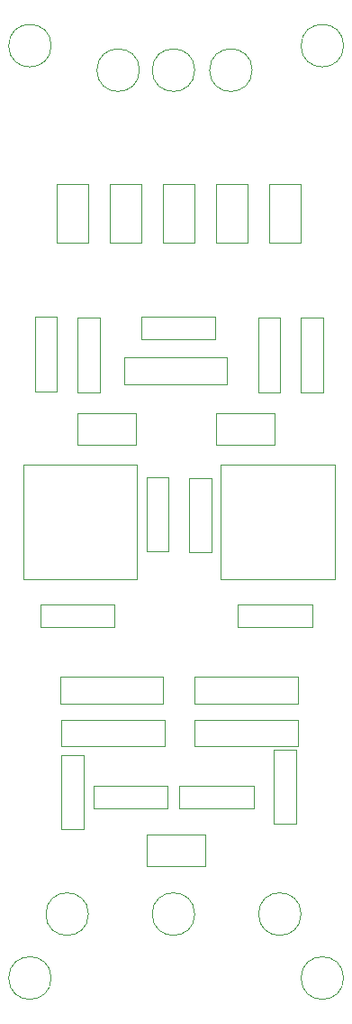
<source format=gbr>
%TF.GenerationSoftware,KiCad,Pcbnew,5.1.10*%
%TF.CreationDate,2021-07-01T18:41:02+02:00*%
%TF.ProjectId,double-gain,646f7562-6c65-42d6-9761-696e2e6b6963,rev?*%
%TF.SameCoordinates,Original*%
%TF.FileFunction,Other,User*%
%FSLAX46Y46*%
G04 Gerber Fmt 4.6, Leading zero omitted, Abs format (unit mm)*
G04 Created by KiCad (PCBNEW 5.1.10) date 2021-07-01 18:41:02*
%MOMM*%
%LPD*%
G01*
G04 APERTURE LIST*
%ADD10C,0.050000*%
G04 APERTURE END LIST*
D10*
%TO.C,J1*%
X48000000Y-119000000D02*
G75*
G03*
X48000000Y-119000000I-2000000J0D01*
G01*
%TO.C,J11*%
X58000000Y-119000000D02*
G75*
G03*
X58000000Y-119000000I-2000000J0D01*
G01*
%TO.C,J10*%
X68000000Y-119000000D02*
G75*
G03*
X68000000Y-119000000I-2000000J0D01*
G01*
%TO.C,U2*%
X71170000Y-87600000D02*
X71170000Y-76800000D01*
X71170000Y-76800000D02*
X60470000Y-76800000D01*
X60470000Y-76800000D02*
X60470000Y-87600000D01*
X60470000Y-87600000D02*
X71170000Y-87600000D01*
%TO.C,C1*%
X60000000Y-56000000D02*
X63000000Y-56000000D01*
X63000000Y-56000000D02*
X63000000Y-50500000D01*
X63000000Y-50500000D02*
X60000000Y-50500000D01*
X60000000Y-50500000D02*
X60000000Y-56000000D01*
%TO.C,C2*%
X55000000Y-50500000D02*
X55000000Y-56000000D01*
X58000000Y-50500000D02*
X55000000Y-50500000D01*
X58000000Y-56000000D02*
X58000000Y-50500000D01*
X55000000Y-56000000D02*
X58000000Y-56000000D01*
%TO.C,C3*%
X50000000Y-56000000D02*
X53000000Y-56000000D01*
X53000000Y-56000000D02*
X53000000Y-50500000D01*
X53000000Y-50500000D02*
X50000000Y-50500000D01*
X50000000Y-50500000D02*
X50000000Y-56000000D01*
%TO.C,C4*%
X45000000Y-50500000D02*
X45000000Y-56000000D01*
X48000000Y-50500000D02*
X45000000Y-50500000D01*
X48000000Y-56000000D02*
X48000000Y-50500000D01*
X45000000Y-56000000D02*
X48000000Y-56000000D01*
%TO.C,C6*%
X47000000Y-75000000D02*
X52500000Y-75000000D01*
X47000000Y-72000000D02*
X47000000Y-75000000D01*
X52500000Y-72000000D02*
X47000000Y-72000000D01*
X52500000Y-75000000D02*
X52500000Y-72000000D01*
%TO.C,C5*%
X65000000Y-56000000D02*
X68000000Y-56000000D01*
X68000000Y-56000000D02*
X68000000Y-50500000D01*
X68000000Y-50500000D02*
X65000000Y-50500000D01*
X65000000Y-50500000D02*
X65000000Y-56000000D01*
%TO.C,C7*%
X53500000Y-114500000D02*
X59000000Y-114500000D01*
X53500000Y-111500000D02*
X53500000Y-114500000D01*
X59000000Y-111500000D02*
X53500000Y-111500000D01*
X59000000Y-114500000D02*
X59000000Y-111500000D01*
%TO.C,D1*%
X61050000Y-69250000D02*
X61050000Y-66750000D01*
X61050000Y-66750000D02*
X51330000Y-66750000D01*
X51330000Y-66750000D02*
X51330000Y-69250000D01*
X51330000Y-69250000D02*
X61050000Y-69250000D01*
%TO.C,D2*%
X55050000Y-96750000D02*
X45330000Y-96750000D01*
X55050000Y-99250000D02*
X55050000Y-96750000D01*
X45330000Y-99250000D02*
X55050000Y-99250000D01*
X45330000Y-96750000D02*
X45330000Y-99250000D01*
%TO.C,D3*%
X67670000Y-96750000D02*
X57950000Y-96750000D01*
X67670000Y-99250000D02*
X67670000Y-96750000D01*
X57950000Y-99250000D02*
X67670000Y-99250000D01*
X57950000Y-96750000D02*
X57950000Y-99250000D01*
%TO.C,J6*%
X44500000Y-125000000D02*
G75*
G03*
X44500000Y-125000000I-2000000J0D01*
G01*
%TO.C,J7*%
X72000000Y-37500000D02*
G75*
G03*
X72000000Y-37500000I-2000000J0D01*
G01*
%TO.C,J8*%
X44500000Y-37500000D02*
G75*
G03*
X44500000Y-37500000I-2000000J0D01*
G01*
%TO.C,J9*%
X72000000Y-125000000D02*
G75*
G03*
X72000000Y-125000000I-2000000J0D01*
G01*
%TO.C,R1*%
X66050000Y-63050000D02*
X63950000Y-63050000D01*
X63950000Y-63050000D02*
X63950000Y-70030000D01*
X63950000Y-70030000D02*
X66050000Y-70030000D01*
X66050000Y-70030000D02*
X66050000Y-63050000D01*
%TO.C,R2*%
X55550000Y-77970000D02*
X53450000Y-77970000D01*
X53450000Y-77970000D02*
X53450000Y-84950000D01*
X53450000Y-84950000D02*
X55550000Y-84950000D01*
X55550000Y-84950000D02*
X55550000Y-77970000D01*
%TO.C,R3*%
X42950000Y-62970000D02*
X42950000Y-69950000D01*
X45050000Y-62970000D02*
X42950000Y-62970000D01*
X45050000Y-69950000D02*
X45050000Y-62970000D01*
X42950000Y-69950000D02*
X45050000Y-69950000D01*
%TO.C,R4*%
X59950000Y-65050000D02*
X59950000Y-62950000D01*
X59950000Y-62950000D02*
X52970000Y-62950000D01*
X52970000Y-62950000D02*
X52970000Y-65050000D01*
X52970000Y-65050000D02*
X59950000Y-65050000D01*
%TO.C,R5*%
X49050000Y-70030000D02*
X49050000Y-63050000D01*
X46950000Y-70030000D02*
X49050000Y-70030000D01*
X46950000Y-63050000D02*
X46950000Y-70030000D01*
X49050000Y-63050000D02*
X46950000Y-63050000D01*
%TO.C,R6*%
X48470000Y-106950000D02*
X48470000Y-109050000D01*
X48470000Y-109050000D02*
X55450000Y-109050000D01*
X55450000Y-109050000D02*
X55450000Y-106950000D01*
X55450000Y-106950000D02*
X48470000Y-106950000D01*
%TO.C,R7*%
X47550000Y-104050000D02*
X45450000Y-104050000D01*
X45450000Y-104050000D02*
X45450000Y-111030000D01*
X45450000Y-111030000D02*
X47550000Y-111030000D01*
X47550000Y-111030000D02*
X47550000Y-104050000D01*
%TO.C,R8*%
X70050000Y-70030000D02*
X70050000Y-63050000D01*
X67950000Y-70030000D02*
X70050000Y-70030000D01*
X67950000Y-63050000D02*
X67950000Y-70030000D01*
X70050000Y-63050000D02*
X67950000Y-63050000D01*
%TO.C,R9*%
X50450000Y-89950000D02*
X43470000Y-89950000D01*
X50450000Y-92050000D02*
X50450000Y-89950000D01*
X43470000Y-92050000D02*
X50450000Y-92050000D01*
X43470000Y-89950000D02*
X43470000Y-92050000D01*
%TO.C,R10*%
X56550000Y-109050000D02*
X63530000Y-109050000D01*
X56550000Y-106950000D02*
X56550000Y-109050000D01*
X63530000Y-106950000D02*
X56550000Y-106950000D01*
X63530000Y-109050000D02*
X63530000Y-106950000D01*
%TO.C,U1*%
X41850000Y-87600000D02*
X52550000Y-87600000D01*
X41850000Y-76800000D02*
X41850000Y-87600000D01*
X52550000Y-76800000D02*
X41850000Y-76800000D01*
X52550000Y-87600000D02*
X52550000Y-76800000D01*
%TO.C,C8*%
X65500000Y-72000000D02*
X60000000Y-72000000D01*
X65500000Y-75000000D02*
X65500000Y-72000000D01*
X60000000Y-75000000D02*
X65500000Y-75000000D01*
X60000000Y-72000000D02*
X60000000Y-75000000D01*
%TO.C,D4*%
X45450000Y-100750000D02*
X45450000Y-103250000D01*
X45450000Y-103250000D02*
X55170000Y-103250000D01*
X55170000Y-103250000D02*
X55170000Y-100750000D01*
X55170000Y-100750000D02*
X45450000Y-100750000D01*
%TO.C,D5*%
X67670000Y-100750000D02*
X57950000Y-100750000D01*
X67670000Y-103250000D02*
X67670000Y-100750000D01*
X57950000Y-103250000D02*
X67670000Y-103250000D01*
X57950000Y-100750000D02*
X57950000Y-103250000D01*
%TO.C,R11*%
X67550000Y-110530000D02*
X67550000Y-103550000D01*
X65450000Y-110530000D02*
X67550000Y-110530000D01*
X65450000Y-103550000D02*
X65450000Y-110530000D01*
X67550000Y-103550000D02*
X65450000Y-103550000D01*
%TO.C,R12*%
X69030000Y-89950000D02*
X62050000Y-89950000D01*
X69030000Y-92050000D02*
X69030000Y-89950000D01*
X62050000Y-92050000D02*
X69030000Y-92050000D01*
X62050000Y-89950000D02*
X62050000Y-92050000D01*
%TO.C,R13*%
X59550000Y-78050000D02*
X57450000Y-78050000D01*
X57450000Y-78050000D02*
X57450000Y-85030000D01*
X57450000Y-85030000D02*
X59550000Y-85030000D01*
X59550000Y-85030000D02*
X59550000Y-78050000D01*
%TO.C,J2*%
X58000000Y-39800000D02*
G75*
G03*
X58000000Y-39800000I-2000000J0D01*
G01*
%TO.C,J3*%
X52800000Y-39800000D02*
G75*
G03*
X52800000Y-39800000I-2000000J0D01*
G01*
%TO.C,J4*%
X63400000Y-39800000D02*
G75*
G03*
X63400000Y-39800000I-2000000J0D01*
G01*
%TD*%
M02*

</source>
